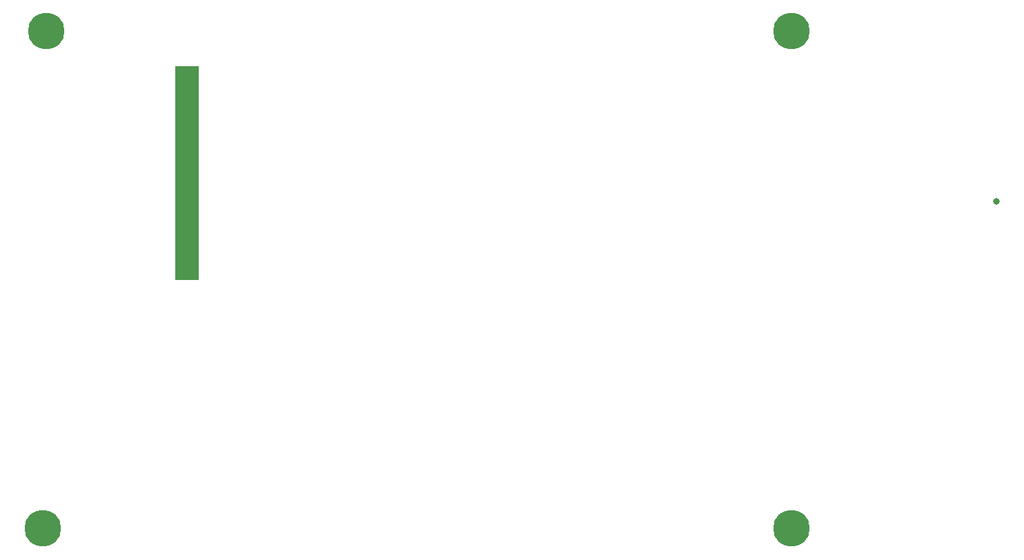
<source format=gbr>
G04 #@! TF.GenerationSoftware,KiCad,Pcbnew,(5.1.2)-2*
G04 #@! TF.CreationDate,2021-11-10T11:58:56-03:00*
G04 #@! TF.ProjectId,MAG_Plus,4d41475f-506c-4757-932e-6b696361645f,rev?*
G04 #@! TF.SameCoordinates,Original*
G04 #@! TF.FileFunction,Copper,L2,Bot*
G04 #@! TF.FilePolarity,Positive*
%FSLAX46Y46*%
G04 Gerber Fmt 4.6, Leading zero omitted, Abs format (unit mm)*
G04 Created by KiCad (PCBNEW (5.1.2)-2) date 2021-11-10 11:58:56*
%MOMM*%
%LPD*%
G04 APERTURE LIST*
%ADD10R,3.000000X26.300000*%
%ADD11C,4.500000*%
%ADD12C,0.800000*%
G04 APERTURE END LIST*
D10*
X168580000Y-64170000D03*
D11*
X242800000Y-107810000D03*
X242800000Y-46810000D03*
X151300000Y-46800000D03*
X150910000Y-107820000D03*
D12*
X267940000Y-67690000D03*
M02*

</source>
